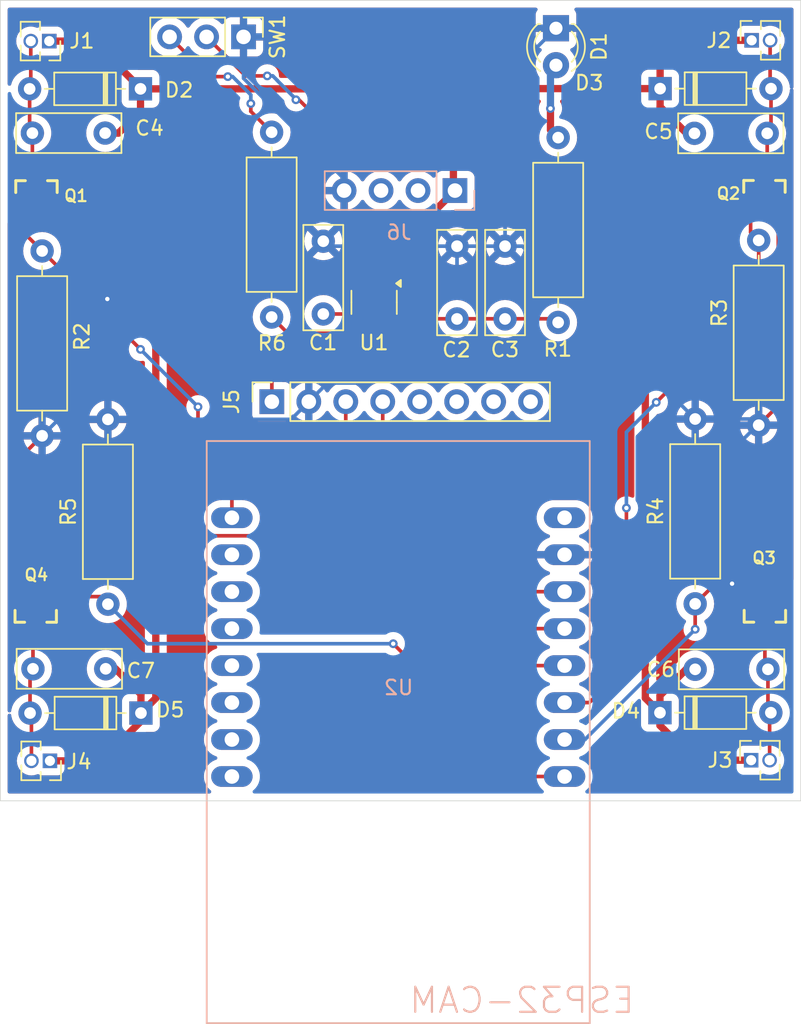
<source format=kicad_pcb>
(kicad_pcb (version 20240108) (generator "pcbnew") (generator_version "8.0")
  (layers (0 "F.Cu" signal) (31 "B.Cu" signal) (34 "B.Paste" user) (35 "F.Paste" user) (36 "B.SilkS" user "B.Silkscreen") (37 "F.SilkS" user "F.Silkscreen") (38 "B.Mask" user) (39 "F.Mask" user) (44 "Edge.Cuts" user))
  (net 0 "")
  (net 1 "GND")
  (net 2 "Net-(U1-BP)")
  (net 3 "+3.3V")
  (net 4 "Net-(D1-A)")
  (net 5 "/+OUT")
  (net 6 "LDO_EN")
  (net 10 "/MOT_3")
  (net 11 "/MOT_1")
  (net 13 "/MOT_2")
  (net 14 "/MPU_SCL")
  (net 18 "/MOT_4")
  (net 19 "/MPU_SDA")
  (net 21 "Net-(D2-A)")
  (net 22 "+BATT")
  (net 23 "Net-(D3-A)")
  (net 24 "Net-(D4-A)")
  (net 25 "Net-(D5-A)")
  (net 30 "-BATT")
  (net 31 "/LDO_H")
  (footprint "Capacitor_THT:C_Disc_D7.0mm_W2.5mm_P5.00mm" (layer "F.Cu") (at 92.39 48.83 90)
    (property "Reference" "C1" (at -1.97 -0.02 180) (layer "F.SilkS"))
    (property "Value" "470pF" (hide yes))
    (fp_line (start 6.12 -1.37) (end 6.12 1.37) (stroke (width 0.12)) (layer "F.SilkS"))
    (fp_line (start -1.12 -1.37) (end 6.12 -1.37) (stroke (width 0.12)) (layer "F.SilkS"))
    (fp_line (start -1.12 -1.37) (end -1.12 1.37) (stroke (width 0.12)) (layer "F.SilkS"))
    (fp_line (start -1.12 1.37) (end 6.12 1.37) (stroke (width 0.12)) (layer "F.SilkS"))
    (pad "1" thru_hole circle (at 0 0 90) (size 1.6 1.6) (drill 0.8) (layers "*.Cu" "*.Mask") (net 2 "Net-(U1-BP)"))
    (pad "2" thru_hole circle (at 5 0 90) (size 1.6 1.6) (drill 0.8) (layers "*.Cu" "*.Mask") (net 1 "GND"))
  )
  (footprint "Diode_THT:D_DO-35_SOD27_P7.62mm_Horizontal" (layer "F.Cu") (at 79.83 33.36 180)
    (property "Reference" "D2" (at -2.65 -0.08 360) (layer "F.SilkS"))
    (property "Value" "1N4148" (hide yes))
    (fp_line (start 6.58 0) (end 5.93 0) (stroke (width 0.12)) (layer "F.SilkS"))
    (fp_line (start 5.93 1.12) (end 5.93 -1.12) (stroke (width 0.12)) (layer "F.SilkS"))
    (fp_line (start 5.93 -1.12) (end 1.69 -1.12) (stroke (width 0.12)) (layer "F.SilkS"))
    (fp_line (start 2.53 -1.12) (end 2.53 1.12) (stroke (width 0.12)) (layer "F.SilkS"))
    (fp_line (start 2.41 -1.12) (end 2.41 1.12) (stroke (width 0.12)) (layer "F.SilkS"))
    (fp_line (start 2.29 -1.12) (end 2.29 1.12) (stroke (width 0.12)) (layer "F.SilkS"))
    (fp_line (start 1.69 1.12) (end 5.93 1.12) (stroke (width 0.12)) (layer "F.SilkS"))
    (fp_line (start 1.69 -1.12) (end 1.69 1.12) (stroke (width 0.12)) (layer "F.SilkS"))
    (fp_line (start 1.04 0) (end 1.69 0) (stroke (width 0.12)) (layer "F.SilkS"))
    (pad "1" thru_hole rect (at 0 0 180) (size 1.6 1.6) (drill 0.8) (layers "*.Cu" "*.Mask") (net 5 "/+OUT"))
    (pad "2" thru_hole oval (at 7.62 0 180) (size 1.6 1.6) (drill 0.8) (layers "*.Cu" "*.Mask") (net 21 "Net-(D2-A)"))
  )
  (footprint "Connector_PinSocket_1.27mm:PinSocket_1x02_P1.27mm_Vertical" (layer "F.Cu") (at 121.825 30.025 90)
    (property "Reference" "J2" (at -0.01 -2.25 360) (layer "F.SilkS"))
    (property "Value" "Conn_01x02_Socket" (hide yes))
    (fp_line (start 1.33 -0.76) (end 1.33 0) (stroke (width 0.12)) (layer "F.SilkS"))
    (fp_line (start 0 -0.76) (end 1.33 -0.76) (stroke (width 0.12)) (layer "F.SilkS"))
    (fp_line (start 1.33 0.635) (end 1.33 1.965) (stroke (width 0.12)) (layer "F.SilkS"))
    (fp_line (start 0.76 0.635) (end 1.33 0.635) (stroke (width 0.12)) (layer "F.SilkS"))
    (fp_line (start -1.33 0.635) (end -0.76 0.635) (stroke (width 0.12)) (layer "F.SilkS"))
    (fp_line (start -1.33 0.635) (end -1.33 1.965) (stroke (width 0.12)) (layer "F.SilkS"))
    (fp_line (start 0.30753 1.965) (end 1.33 1.965) (stroke (width 0.12)) (layer "F.SilkS"))
    (fp_line (start -1.33 1.965) (end -0.30753 1.965) (stroke (width 0.12)) (layer "F.SilkS"))
    (pad "1" thru_hole rect (at 0 0 90) (size 1 1) (drill 0.7) (layers "*.Cu" "*.Mask") (net 5 "/+OUT"))
    (pad "2" thru_hole oval (at 0 1.27 90) (size 1 1) (drill 0.7) (layers "*.Cu" "*.Mask") (net 23 "Net-(D3-A)"))
  )
  (footprint "Capacitor_THT:C_Disc_D7.0mm_W2.5mm_P5.00mm" (layer "F.Cu") (at 77.44 73.21 180)
    (property "Reference" "C7" (at -2.41 -0.13 360) (layer "F.SilkS"))
    (property "Value" "1uF" (hide yes))
    (fp_line (start 6.12 -1.37) (end 6.12 1.37) (stroke (width 0.12)) (layer "F.SilkS"))
    (fp_line (start -1.12 1.37) (end 6.12 1.37) (stroke (width 0.12)) (layer "F.SilkS"))
    (fp_line (start -1.12 -1.37) (end 6.12 -1.37) (stroke (width 0.12)) (layer "F.SilkS"))
    (fp_line (start -1.12 -1.37) (end -1.12 1.37) (stroke (width 0.12)) (layer "F.SilkS"))
    (pad "1" thru_hole circle (at 0 0 180) (size 1.6 1.6) (drill 0.8) (layers "*.Cu" "*.Mask") (net 5 "/+OUT"))
    (pad "2" thru_hole circle (at 5 0 180) (size 1.6 1.6) (drill 0.8) (layers "*.Cu" "*.Mask") (net 25 "Net-(D5-A)"))
  )
  (footprint "Capacitor_THT:C_Disc_D7.0mm_W2.5mm_P5.00mm" (layer "F.Cu") (at 77.4 36.4 180)
    (property "Reference" "C4" (at -3.05 0.34 360) (layer "F.SilkS"))
    (property "Value" "1uF")
    (fp_line (start 6.12 -1.37) (end 6.12 1.37) (stroke (width 0.12)) (layer "F.SilkS"))
    (fp_line (start -1.12 1.37) (end 6.12 1.37) (stroke (width 0.12)) (layer "F.SilkS"))
    (fp_line (start -1.12 -1.37) (end 6.12 -1.37) (stroke (width 0.12)) (layer "F.SilkS"))
    (fp_line (start -1.12 -1.37) (end -1.12 1.37) (stroke (width 0.12)) (layer "F.SilkS"))
    (pad "1" thru_hole circle (at 0 0 180) (size 1.6 1.6) (drill 0.8) (layers "*.Cu" "*.Mask") (net 5 "/+OUT"))
    (pad "2" thru_hole circle (at 5 0 180) (size 1.6 1.6) (drill 0.8) (layers "*.Cu" "*.Mask") (net 21 "Net-(D2-A)"))
  )
  (footprint "Connector_PinSocket_2.54mm:PinSocket_1x08_P2.54mm_Vertical" (layer "F.Cu") (at 88.855 54.855 90)
    (property "Reference" "J5" (at 0 -2.77 90) (layer "F.SilkS"))
    (property "Value" "Conn_01x08_Socket" (hide yes))
    (fp_line (start 1.33 -1.33) (end 1.33 0) (stroke (width 0.12)) (layer "F.SilkS"))
    (fp_line (start 0 -1.33) (end 1.33 -1.33) (stroke (width 0.12)) (layer "F.SilkS"))
    (fp_line (start 1.33 1.27) (end 1.33 19.11) (stroke (width 0.12)) (layer "F.SilkS"))
    (fp_line (start -1.33 1.27) (end 1.33 1.27) (stroke (width 0.12)) (layer "F.SilkS"))
    (fp_line (start -1.33 1.27) (end -1.33 19.11) (stroke (width 0.12)) (layer "F.SilkS"))
    (fp_line (start -1.33 19.11) (end 1.33 19.11) (stroke (width 0.12)) (layer "F.SilkS"))
    (pad "1" thru_hole rect (at 0 0 90) (size 1.7 1.7) (drill 1) (layers "*.Cu" "*.Mask") (net 3 "+3.3V"))
    (pad "2" thru_hole oval (at 0 2.54 90) (size 1.7 1.7) (drill 1) (layers "*.Cu" "*.Mask") (net 1 "GND"))
    (pad "3" thru_hole oval (at 0 5.08 90) (size 1.7 1.7) (drill 1) (layers "*.Cu" "*.Mask") (net 14 "/MPU_SCL"))
    (pad "4" thru_hole oval (at 0 7.62 90) (size 1.7 1.7) (drill 1) (layers "*.Cu" "*.Mask") (net 19 "/MPU_SDA"))
    (pad "5" thru_hole oval (at 0 10.16 90) (size 1.7 1.7) (drill 1) (layers "*.Cu" "*.Mask"))
    (pad "6" thru_hole oval (at 0 12.7 90) (size 1.7 1.7) (drill 1) (layers "*.Cu" "*.Mask"))
    (pad "7" thru_hole oval (at 0 15.24 90) (size 1.7 1.7) (drill 1) (layers "*.Cu" "*.Mask"))
    (pad "8" thru_hole oval (at 0 17.78 90) (size 1.7 1.7) (drill 1) (layers "*.Cu" "*.Mask"))
  )
  (footprint "Diode_THT:D_DO-35_SOD27_P7.62mm_Horizontal" (layer "F.Cu") (at 79.86 76.25 180)
    (property "Reference" "D5" (at -2.01 0.22 360) (layer "F.SilkS"))
    (property "Value" "1N4148" (hide yes))
    (fp_line (start 6.58 0) (end 5.93 0) (stroke (width 0.12)) (layer "F.SilkS"))
    (fp_line (start 5.93 1.12) (end 5.93 -1.12) (stroke (width 0.12)) (layer "F.SilkS"))
    (fp_line (start 5.93 -1.12) (end 1.69 -1.12) (stroke (width 0.12)) (layer "F.SilkS"))
    (fp_line (start 2.53 -1.12) (end 2.53 1.12) (stroke (width 0.12)) (layer "F.SilkS"))
    (fp_line (start 2.41 -1.12) (end 2.41 1.12) (stroke (width 0.12)) (layer "F.SilkS"))
    (fp_line (start 2.29 -1.12) (end 2.29 1.12) (stroke (width 0.12)) (layer "F.SilkS"))
    (fp_line (start 1.69 1.12) (end 5.93 1.12) (stroke (width 0.12)) (layer "F.SilkS"))
    (fp_line (start 1.69 -1.12) (end 1.69 1.12) (stroke (width 0.12)) (layer "F.SilkS"))
    (fp_line (start 1.04 0) (end 1.69 0) (stroke (width 0.12)) (layer "F.SilkS"))
    (pad "1" thru_hole rect (at 0 0 180) (size 1.6 1.6) (drill 0.8) (layers "*.Cu" "*.Mask") (net 5 "/+OUT"))
    (pad "2" thru_hole oval (at 7.62 0 180) (size 1.6 1.6) (drill 0.8) (layers "*.Cu" "*.Mask") (net 25 "Net-(D5-A)"))
  )
  (footprint "Diode_THT:D_DO-35_SOD27_P7.62mm_Horizontal" (layer "F.Cu") (at 115.535 33.345)
    (property "Reference" "D3" (at -4.87 -0.4 0) (layer "F.SilkS"))
    (property "Value" "1N4148" (hide yes))
    (fp_line (start 1.04 0) (end 1.69 0) (stroke (width 0.12)) (layer "F.SilkS"))
    (fp_line (start 1.69 -1.12) (end 1.69 1.12) (stroke (width 0.12)) (layer "F.SilkS"))
    (fp_line (start 1.69 1.12) (end 5.93 1.12) (stroke (width 0.12)) (layer "F.SilkS"))
    (fp_line (start 2.29 -1.12) (end 2.29 1.12) (stroke (width 0.12)) (layer "F.SilkS"))
    (fp_line (start 2.41 -1.12) (end 2.41 1.12) (stroke (width 0.12)) (layer "F.SilkS"))
    (fp_line (start 2.53 -1.12) (end 2.53 1.12) (stroke (width 0.12)) (layer "F.SilkS"))
    (fp_line (start 5.93 -1.12) (end 1.69 -1.12) (stroke (width 0.12)) (layer "F.SilkS"))
    (fp_line (start 5.93 1.12) (end 5.93 -1.12) (stroke (width 0.12)) (layer "F.SilkS"))
    (fp_line (start 6.58 0) (end 5.93 0) (stroke (width 0.12)) (layer "F.SilkS"))
    (pad "1" thru_hole rect (at 0 0) (size 1.6 1.6) (drill 0.8) (layers "*.Cu" "*.Mask") (net 5 "/+OUT"))
    (pad "2" thru_hole oval (at 7.62 0) (size 1.6 1.6) (drill 0.8) (layers "*.Cu" "*.Mask") (net 23 "Net-(D3-A)"))
  )
  (footprint "Package_TO_SOT_SMD:SOT-23-5" (layer "F.Cu") (at 95.8825 48.03 -90)
    (property "Reference" "U1" (at 2.77 0.0125 180) (layer "F.SilkS"))
    (property "Value" "MIC5219-3.3YM5" (hide yes))
    (fp_line (start 0 1.56) (end -0.8 1.56) (stroke (width 0.12)) (layer "F.SilkS"))
    (fp_line (start 0 1.56) (end 0.8 1.56) (stroke (width 0.12)) (layer "F.SilkS"))
    (fp_line (start 0 -1.56) (end -0.8 -1.56) (stroke (width 0.12)) (layer "F.SilkS"))
    (fp_line (start 0 -1.56) (end 0.8 -1.56) (stroke (width 0.12)) (layer "F.SilkS"))
    (fp_poly (pts (xy -1.3 -1.51) (xy -1.54 -1.84) (xy -1.06 -1.84) (xy -1.3 -1.51)) (stroke (width 0.12)) (fill solid) (layer "F.SilkS"))
    (pad "1" smd roundrect (at -1.1375 -0.95 270) (size 1.325 0.6) (layers "F.Cu" "F.Paste" "F.Mask") (net 5 "/+OUT"))
    (pad "2" smd roundrect (at -1.1375 0 270) (size 1.325 0.6) (layers "F.Cu" "F.Paste" "F.Mask") (net 1 "GND"))
    (pad "3" smd roundrect (at -1.1375 0.95 270) (size 1.325 0.6) (layers "F.Cu" "F.Paste" "F.Mask") (net 6 "LDO_EN"))
    (pad "4" smd roundrect (at 1.1375 0.95 270) (size 1.325 0.6) (layers "F.Cu" "F.Paste" "F.Mask") (net 2 "Net-(U1-BP)"))
    (pad "5" smd roundrect (at 1.1375 -0.95 270) (size 1.325 0.6) (layers "F.Cu" "F.Paste" "F.Mask") (net 3 "+3.3V"))
  )
  (footprint "Capacitor_THT:C_Disc_D7.0mm_W2.5mm_P5.00mm" (layer "F.Cu") (at 117.945 73.245)
    (property "Reference" "C6" (at -2.36 0.01 0) (layer "F.SilkS"))
    (property "Value" "1uF")
    (fp_line (start -1.12 -1.37) (end -1.12 1.37) (stroke (width 0.12)) (layer "F.SilkS"))
    (fp_line (start -1.12 -1.37) (end 6.12 -1.37) (stroke (width 0.12)) (layer "F.SilkS"))
    (fp_line (start -1.12 1.37) (end 6.12 1.37) (stroke (width 0.12)) (layer "F.SilkS"))
    (fp_line (start 6.12 -1.37) (end 6.12 1.37) (stroke (width 0.12)) (layer "F.SilkS"))
    (pad "1" thru_hole circle (at 0 0) (size 1.6 1.6) (drill 0.8) (layers "*.Cu" "*.Mask") (net 5 "/+OUT"))
    (pad "2" thru_hole circle (at 5 0) (size 1.6 1.6) (drill 0.8) (layers "*.Cu" "*.Mask") (net 24 "Net-(D4-A)"))
  )
  (footprint "Diode_THT:D_DO-35_SOD27_P7.62mm_Horizontal" (layer "F.Cu") (at 115.525 76.225)
    (property "Reference" "D4" (at -2.34 -0.12 360) (layer "F.SilkS"))
    (property "Value" "1N4148" (hide yes))
    (fp_line (start 1.04 0) (end 1.69 0) (stroke (width 0.12)) (layer "F.SilkS"))
    (fp_line (start 1.69 -1.12) (end 1.69 1.12) (stroke (width 0.12)) (layer "F.SilkS"))
    (fp_line (start 1.69 1.12) (end 5.93 1.12) (stroke (width 0.12)) (layer "F.SilkS"))
    (fp_line (start 2.29 -1.12) (end 2.29 1.12) (stroke (width 0.12)) (layer "F.SilkS"))
    (fp_line (start 2.41 -1.12) (end 2.41 1.12) (stroke (width 0.12)) (layer "F.SilkS"))
    (fp_line (start 2.53 -1.12) (end 2.53 1.12) (stroke (width 0.12)) (layer "F.SilkS"))
    (fp_line (start 5.93 -1.12) (end 1.69 -1.12) (stroke (width 0.12)) (layer "F.SilkS"))
    (fp_line (start 5.93 1.12) (end 5.93 -1.12) (stroke (width 0.12)) (layer "F.SilkS"))
    (fp_line (start 6.58 0) (end 5.93 0) (stroke (width 0.12)) (layer "F.SilkS"))
    (pad "1" thru_hole rect (at 0 0) (size 1.6 1.6) (drill 0.8) (layers "*.Cu" "*.Mask") (net 5 "/+OUT"))
    (pad "2" thru_hole oval (at 7.62 0) (size 1.6 1.6) (drill 0.8) (layers "*.Cu" "*.Mask") (net 24 "Net-(D4-A)"))
  )
  (footprint "Resistor_THT:R_Axial_DIN0309_L9.0mm_D3.2mm_P12.70mm_Horizontal" (layer "F.Cu") (at 73.07 44.5 -90)
    (property "Reference" "R2" (at 5.89 -2.74 -90) (layer "F.SilkS"))
    (property "Value" "10k")
    (fp_line (start 1.73 1.72) (end 10.97 1.72) (stroke (width 0.12)) (layer "F.SilkS"))
    (fp_line (start 10.97 1.72) (end 10.97 -1.72) (stroke (width 0.12)) (layer "F.SilkS"))
    (fp_line (start 1.04 0) (end 1.73 0) (stroke (width 0.12)) (layer "F.SilkS"))
    (fp_line (start 11.66 0) (end 10.97 0) (stroke (width 0.12)) (layer "F.SilkS"))
    (fp_line (start 1.73 -1.72) (end 1.73 1.72) (stroke (width 0.12)) (layer "F.SilkS"))
    (fp_line (start 10.97 -1.72) (end 1.73 -1.72) (stroke (width 0.12)) (layer "F.SilkS"))
    (pad "1" thru_hole circle (at 0 0 270) (size 1.6 1.6) (drill 0.8) (layers "*.Cu" "*.Mask") (net 11 "/MOT_1"))
    (pad "2" thru_hole oval (at 12.7 0 270) (size 1.6 1.6) (drill 0.8) (layers "*.Cu" "*.Mask") (net 1 "GND"))
  )
  (footprint "SI2302:SOT23" (layer "F.Cu") (at 122.735 69.345 180)
    (property "Reference" "Q3" (at 0.05 3.75 360) (layer "F.SilkS") (effects (font (size 0.800638 0.800638))))
    (property "Value" "SI2302" (hide yes))
    (fp_line (start 1.4224 -0.6604) (end 1.4224 0.1524) (stroke (width 0.2032)) (layer "F.SilkS"))
    (fp_line (start 0.7636 -0.6604) (end 1.4224 -0.6604) (stroke (width 0.2032)) (layer "F.SilkS"))
    (fp_line (start -1.4224 0.1524) (end -1.4224 -0.6604) (stroke (width 0.2032)) (layer "F.SilkS"))
    (fp_line (start -1.4224 -0.6604) (end -0.7636 -0.6604) (stroke (width 0.2032)) (layer "F.SilkS"))
    (pad "1" smd rect (at -0.95 1.1 180) (size 1 1.4) (layers "F.Cu" "F.Paste" "F.Mask") (net 10 "/MOT_3"))
    (pad "2" smd rect (at 0.95 1.1 180) (size 1 1.4) (layers "F.Cu" "F.Paste" "F.Mask") (net 1 "GND"))
    (pad "3" smd rect (at 0 -1.1 180) (size 1 1.4) (layers "F.Cu" "F.Paste" "F.Mask") (net 24 "Net-(D4-A)"))
  )
  (footprint "Resistor_THT:R_Axial_DIN0309_L9.0mm_D3.2mm_P12.70mm_Horizontal" (layer "F.Cu") (at 77.59 68.77 90)
    (property "Reference" "R5" (at 6.35 -2.72 90) (layer "F.SilkS"))
    (property "Value" "10k")
    (fp_line (start 10.97 -1.72) (end 1.73 -1.72) (stroke (width 0.12)) (layer "F.SilkS"))
    (fp_line (start 1.73 -1.72) (end 1.73 1.72) (stroke (width 0.12)) (layer "F.SilkS"))
    (fp_line (start 11.66 0) (end 10.97 0) (stroke (width 0.12)) (layer "F.SilkS"))
    (fp_line (start 1.04 0) (end 1.73 0) (stroke (width 0.12)) (layer "F.SilkS"))
    (fp_line (start 10.97 1.72) (end 10.97 -1.72) (stroke (width 0.12)) (layer "F.SilkS"))
    (fp_line (start 1.73 1.72) (end 10.97 1.72) (stroke (width 0.12)) (layer "F.SilkS"))
    (pad "1" thru_hole circle (at 0 0 90) (size 1.6 1.6) (drill 0.8) (layers "*.Cu" "*.Mask") (net 18 "/MOT_4"))
    (pad "2" thru_hole oval (at 12.7 0 90) (size 1.6 1.6) (drill 0.8) (layers "*.Cu" "*.Mask") (net 1 "GND"))
  )
  (footprint "Resistor_THT:R_Axial_DIN0309_L9.0mm_D3.2mm_P12.70mm_Horizontal" (layer "F.Cu") (at 88.84 49.04 90)
    (property "Reference" "R6" (at -1.79 0.02 180) (layer "F.SilkS"))
    (property "Value" "100K" (hide yes))
    (fp_line (start 10.97 -1.72) (end 1.73 -1.72) (stroke (width 0.12)) (layer "F.SilkS"))
    (fp_line (start 1.73 -1.72) (end 1.73 1.72) (stroke (width 0.12)) (layer "F.SilkS"))
    (fp_line (start 11.66 0) (end 10.97 0) (stroke (width 0.12)) (layer "F.SilkS"))
    (fp_line (start 1.04 0) (end 1.73 0) (stroke (width 0.12)) (layer "F.SilkS"))
    (fp_line (start 10.97 1.72) (end 10.97 -1.72) (stroke (width 0.12)) (layer "F.SilkS"))
    (fp_line (start 1.73 1.72) (end 10.97 1.72) (stroke (width 0.12)) (layer "F.SilkS"))
    (pad "1" thru_hole circle (at 0 0 90) (size 1.6 1.6) (drill 0.8) (layers "*.Cu" "*.Mask") (net 3 "+3.3V"))
    (pad "2" thru_hole oval (at 12.7 0 90) (size 1.6 1.6) (drill 0.8) (layers "*.Cu" "*.Mask") (net 31 "/LDO_H"))
  )
  (footprint "Connector_PinHeader_2.54mm:PinHeader_1x03_P2.54mm_Vertical" (layer "F.Cu") (at 86.91 29.79 -90)
    (property "Reference" "SW1" (at 0 -2.33 90) (layer "F.SilkS"))
    (property "Value" "K3-1280S-F1" (hide yes))
    (fp_line (start -1.33 6.41) (end 1.33 6.41) (stroke (width 0.12)) (layer "F.SilkS"))
    (fp_line (start -1.33 1.27) (end -1.33 6.41) (stroke (width 0.12)) (layer "F.SilkS"))
    (fp_line (start -1.33 1.27) (end 1.33 1.27) (stroke (width 0.12)) (layer "F.SilkS"))
    (fp_line (start 1.33 1.27) (end 1.33 6.41) (stroke (width 0.12)) (layer "F.SilkS"))
    (fp_line (start -1.33 0) (end -1.33 -1.33) (stroke (width 0.12)) (layer "F.SilkS"))
    (fp_line (start -1.33 -1.33) (end 0 -1.33) (stroke (width 0.12)) (layer "F.SilkS"))
    (pad "1" thru_hole rect (at 0 0 270) (size 1.7 1.7) (drill 1) (layers "*.Cu" "*.Mask") (net 1 "GND"))
    (pad "2" thru_hole oval (at 0 2.54 270) (size 1.7 1.7) (drill 1) (layers "*.Cu" "*.Mask") (net 6 "LDO_EN"))
    (pad "3" thru_hole oval (at 0 5.08 270) (size 1.7 1.7) (drill 1) (layers "*.Cu" "*.Mask") (net 31 "/LDO_H"))
  )
  (footprint "Resistor_THT:R_Axial_DIN0309_L9.0mm_D3.2mm_P12.70mm_Horizontal" (layer "F.Cu") (at 117.945 68.745 90)
    (property "Reference" "R4" (at 6.35 -2.72 90) (layer "F.SilkS"))
    (property "Value" "10k")
    (fp_line (start 10.97 -1.72) (end 1.73 -1.72) (stroke (width 0.12)) (layer "F.SilkS"))
    (fp_line (start 1.73 -1.72) (end 1.73 1.72) (stroke (width 0.12)) (layer "F.SilkS"))
    (fp_line (start 11.66 0) (end 10.97 0) (stroke (width 0.12)) (layer "F.SilkS"))
    (fp_line (start 1.04 0) (end 1.73 0) (stroke (width 0.12)) (layer "F.SilkS"))
    (fp_line (start 10.97 1.72) (end 10.97 -1.72) (stroke (width 0.12)) (layer "F.SilkS"))
    (fp_line (start 1.73 1.72) (end 10.97 1.72) (stroke (width 0.12)) (layer "F.SilkS"))
    (pad "1" thru_hole circle (at 0 0 90) (size 1.6 1.6) (drill 0.8) (layers "*.Cu" "*.Mask") (net 10 "/MOT_3"))
    (pad "2" thru_hole oval (at 12.7 0 90) (size 1.6 1.6) (drill 0.8) (layers "*.Cu" "*.Mask") (net 1 "GND"))
  )
  (footprint "SI2302:SOT23" (layer "F.Cu") (at 72.68 40.33)
    (property "Reference" "Q1" (at 2.72 0.38 360) (layer "F.SilkS") (effects (font (size 0.800638 0.800638))))
    (property "Value" "SI2302" (hide yes))
    (fp_line (start -1.4224 -0.6604) (end -0.7636 -0.6604) (stroke (width 0.2032)) (layer "F.SilkS"))
    (fp_line (start -1.4224 0.1524) (end -1.4224 -0.6604) (stroke (width 0.2032)) (layer "F.SilkS"))
    (fp_line (start 0.7636 -0.6604) (end 1.4224 -0.6604) (stroke (width 0.2032)) (layer "F.SilkS"))
    (fp_line (start 1.4224 -0.6604) (end 1.4224 0.1524) (stroke (width 0.2032)) (layer "F.SilkS"))
    (pad "1" smd rect (at -0.95 1.1) (size 1 1.4) (layers "F.Cu" "F.Paste" "F.Mask") (net 11 "/MOT_1"))
    (pad "2" smd rect (at 0.95 1.1) (size 1 1.4) (layers "F.Cu" "F.Paste" "F.Mask") (net 1 "GND"))
    (pad "3" smd rect (at 0 -1.1) (size 1 1.4) (layers "F.Cu" "F.Paste" "F.Mask") (net 21 "Net-(D2-A)"))
  )
  (footprint "Resistor_THT:R_Axial_DIN0309_L9.0mm_D3.2mm_P12.70mm_Horizontal" (layer "F.Cu") (at 108.53 49.41 90)
    (property "Reference" "R1" (at -1.83 -0.03 180) (layer "F.SilkS"))
    (property "Value" "470R" (hide yes))
    (fp_line (start 10.97 -1.72) (end 1.73 -1.72) (stroke (width 0.12)) (layer "F.SilkS"))
    (fp_line (start 1.73 -1.72) (end 1.73 1.72) (stroke (width 0.12)) (layer "F.SilkS"))
    (fp_line (start 11.66 0) (end 10.97 0) (stroke (width 0.12)) (layer "F.SilkS"))
    (fp_line (start 1.04 0) (end 1.73 0) (stroke (width 0.12)) (layer "F.SilkS"))
    (fp_line (start 10.97 1.72) (end 10.97 -1.72) (stroke (width 0.12)) (layer "F.SilkS"))
    (fp_line (start 1.73 1.72) (end 10.97 1.72) (stroke (width 0.12)) (layer "F.SilkS"))
    (pad "1" thru_hole circle (at 0 0 90) (size 1.6 1.6) (drill 0.8) (layers "*.Cu" "*.Mask") (net 3 "+3.3V"))
    (pad "2" thru_hole oval (at 12.7 0 90) (size 1.6 1.6) (drill 0.8) (layers "*.Cu" "*.Mask") (net 4 "Net-(D1-A)"))
  )
  (footprint "Connector_PinSocket_1.27mm:PinSocket_1x02_P1.27mm_Vertical" (layer "F.Cu") (at 121.79 79.49 90)
    (property "Reference" "J3" (at 0 -2.135 180) (layer "F.SilkS"))
    (property "Value" "Conn_01x02_Socket" (hide yes))
    (fp_line (start 1.33 -0.76) (end 1.33 0) (stroke (width 0.12)) (layer "F.SilkS"))
    (fp_line (start 0 -0.76) (end 1.33 -0.76) (stroke (width 0.12)) (layer "F.SilkS"))
    (fp_line (start 1.33 0.635) (end 1.33 1.965) (stroke (width 0.12)) (layer "F.SilkS"))
    (fp_line (start 0.76 0.635) (end 1.33 0.635) (stroke (width 0.12)) (layer "F.SilkS"))
    (fp_line (start -1.33 0.635) (end -0.76 0.635) (stroke (width 0.12)) (layer "F.SilkS"))
    (fp_line (start -1.33 0.635) (end -1.33 1.965) (stroke (width 0.12)) (layer "F.SilkS"))
    (fp_line (start 0.30753 1.965) (end 1.33 1.965) (stroke (width 0.12)) (layer "F.SilkS"))
    (fp_line (start -1.33 1.965) (end -0.30753 1.965) (stroke (width 0.12)) (layer "F.SilkS"))
    (pad "1" thru_hole rect (at 0 0 90) (size 1 1) (drill 0.7) (layers "*.Cu" "*.Mask") (net 5 "/+OUT"))
    (pad "2" thru_hole oval (at 0 1.27 90) (size 1 1) (drill 0.7) (layers "*.Cu" "*.Mask") (net 24 "Net-(D4-A)"))
  )
  (footprint "Capacitor_THT:C_Disc_D7.0mm_W2.5mm_P5.00mm" (layer "F.Cu") (at 117.895 36.415)
    (property "Reference" "C5" (at -2.47 -0.12 0) (layer "F.SilkS"))
    (property "Value" "1uF")
    (fp_line (start -1.12 -1.37) (end -1.12 1.37) (stroke (width 0.12)) (layer "F.SilkS"))
    (fp_line (start -1.12 -1.37) (end 6.12 -1.37) (stroke (width 0.12)) (layer "F.SilkS"))
    (fp_line (start -1.12 1.37) (end 6.12 1.37) (stroke (width 0.12)) (layer "F.SilkS"))
    (fp_line (start 6.12 -1.37) (end 6.12 1.37) (stroke (width 0.12)) (layer "F.SilkS"))
    (pad "1" thru_hole circle (at 0 0) (size 1.6 1.6) (drill 0.8) (layers "*.Cu" "*.Mask") (net 5 "/+OUT"))
    (pad "2" thru_hole circle (at 5 0) (size 1.6 1.6) (drill 0.8) (layers "*.Cu" "*.Mask") (net 23 "Net-(D3-A)"))
  )
  (footprint "Resistor_THT:R_Axial_DIN0309_L9.0mm_D3.2mm_P12.70mm_Horizontal" (layer "F.Cu") (at 122.31 43.77 -90)
    (property "Reference" "R3" (at 4.99 2.71 90) (layer "F.SilkS"))
    (property "Value" "10k")
    (fp_line (start 1.73 1.72) (end 10.97 1.72) (stroke (width 0.12)) (layer "F.SilkS"))
    (fp_line (start 10.97 1.72) (end 10.97 -1.72) (stroke (width 0.12)) (layer "F.SilkS"))
    (fp_line (start 1.04 0) (end 1.73 0) (stroke (width 0.12)) (layer "F.SilkS"))
    (fp_line (start 11.66 0) (end 10.97 0) (stroke (width 0.12)) (layer "F.SilkS"))
    (fp_line (start 1.73 -1.72) (end 1.73 1.72) (stroke (width 0.12)) (layer "F.SilkS"))
    (fp_line (start 10.97 -1.72) (end 1.73 -1.72) (stroke (width 0.12)) (layer "F.SilkS"))
    (pad "1" thru_hole circle (at 0 0 270) (size 1.6 1.6) (drill 0.8) (layers "*.Cu" "*.Mask") (net 13 "/MOT_2"))
    (pad "2" thru_hole oval (at 12.7 0 270) (size 1.6 1.6) (drill 0.8) (layers "*.Cu" "*.Mask") (net 1 "GND"))
  )
  (footprint "Capacitor_THT:C_Disc_D7.0mm_W2.5mm_P5.00mm" (layer "F.Cu") (at 104.88 49.17 90)
    (property "Reference" "C3" (at -2.11 -0.01 360) (layer "F.SilkS"))
    (property "Value" "10uF" (hide yes))
    (fp_line (start 6.12 -1.37) (end 6.12 1.37) (stroke (width 0.12)) (layer "F.SilkS"))
    (fp_line (start -1.12 -1.37) (end 6.12 -1.37) (stroke (width 0.12)) (layer "F.SilkS"))
    (fp_line (start -1.12 -1.37) (end -1.12 1.37) (stroke (width 0.12)) (layer "F.SilkS"))
    (fp_line (start -1.12 1.37) (end 6.12 1.37) (stroke (width 0.12)) (layer "F.SilkS"))
    (pad "1" thru_hole circle (at 0 0 90) (size 1.6 1.6) (drill 0.8) (layers "*.Cu" "*.Mask") (net 3 "+3.3V"))
    (pad "2" thru_hole circle (at 5 0 90) (size 1.6 1.6) (drill 0.8) (layers "*.Cu" "*.Mask") (net 1 "GND"))
  )
  (footprint "Connector_PinSocket_1.27mm:PinSocket_1x02_P1.27mm_Vertical" (layer "F.Cu") (at 73.56 30.08 -90)
    (property "Reference" "J1" (at -0.01 -2.24 360) (layer "F.SilkS"))
    (property "Value" "Conn_01x02_Socket" (hide yes))
    (fp_line (start -1.33 1.965) (end -0.30753 1.965) (stroke (width 0.12)) (layer "F.SilkS"))
    (fp_line (start 0.30753 1.965) (end 1.33 1.965) (stroke (width 0.12)) (layer "F.SilkS"))
    (fp_line (start -1.33 0.635) (end -1.33 1.965) (stroke (width 0.12)) (layer "F.SilkS"))
    (fp_line (start -1.33 0.635) (end -0.76 0.635) (stroke (width 0.12)) (layer "F.SilkS"))
    (fp_line (start 0.76 0.635) (end 1.33 0.635) (stroke (width 0.12)) (layer "F.SilkS"))
    (fp_line (start 1.33 0.635) (end 1.33 1.965) (stroke (width 0.12)) (layer "F.SilkS"))
    (fp_line (start 0 -0.76) (end 1.33 -0.76) (stroke (width 0.12)) (layer "F.SilkS"))
    (fp_line (start 1.33 -0.76) (end 1.33 0) (stroke (width 0.12)) (layer "F.SilkS"))
    (pad "1" thru_hole rect (at 0 0 270) (size 1 1) (drill 0.7) (layers "*.Cu" "*.Mask") (net 5 "/+OUT"))
    (pad "2" thru_hole oval (at 0 1.27 270) (size 1 1) (drill 0.7) (layers "*.Cu" "*.Mask") (net 21 "Net-(D2-A)"))
  )
  (footprint "SI2302:SOT23" (layer "F.Cu") (at 122.705 40.315)
    (property "Reference" "Q2" (at -2.47 0.24 0) (layer "F.SilkS") (effects (font (size 0.800638 0.800638))))
    (property "Value" "SI2302" (hide yes))
    (fp_line (start -1.4224 -0.6604) (end -0.7636 -0.6604) (stroke (width 0.2032)) (layer "F.SilkS"))
    (fp_line (start -1.4224 0.1524) (end -1.4224 -0.6604) (stroke (width 0.2032)) (layer "F.SilkS"))
    (fp_line (start 0.7636 -0.6604) (end 1.4224 -0.6604) (stroke (width 0.2032)) (layer "F.SilkS"))
    (fp_line (start 1.4224 -0.6604) (end 1.4224 0.1524) (stroke (width 0.2032)) (layer "F.SilkS"))
    (pad "1" smd rect (at -0.95 1.1) (size 1 1.4) (layers "F.Cu" "F.Paste" "F.Mask") (net 13 "/MOT_2"))
    (pad "2" smd rect (at 0.95 1.1) (size 1 1.4) (layers "F.Cu" "F.Paste" "F.Mask") (net 1 "GND"))
    (pad "3" smd rect (at 0 -1.1) (size 1 1.4) (layers "F.Cu" "F.Paste" "F.Mask") (net 23 "Net-(D3-A)"))
  )
  (footprint "LED_THT:LED_D3.0mm" (layer "F.Cu") (at 108.38 29.195 -90)
    (property "Reference" "D1" (at 1.27 -2.96 90) (layer "F.SilkS"))
    (property "Value" "LED")
    (fp_line (start -0.29 1.08) (end -0.29 1.236) (stroke (width 0.12)) (layer "F.SilkS"))
    (fp_line (start -0.29 -1.236) (end -0.29 -1.08) (stroke (width 0.12)) (layer "F.SilkS"))
    (fp_arc (start 2.31113 1.079837) (mid 1.270117 1.5) (end 0.229039 1.08) (stroke (width 0.12)) (layer "F.SilkS"))
    (fp_arc (start 2.942335 1.078608) (mid 1.366487 1.987659) (end -0.29 1.235516) (stroke (width 0.12)) (layer "F.SilkS"))
    (fp_arc (start 0.229039 -1.08) (mid 1.270117 -1.5) (end 2.31113 -1.079837) (stroke (width 0.12)) (layer "F.SilkS"))
    (fp_arc (start -0.29 -1.235516) (mid 1.366487 -1.987659) (end 2.942335 -1.078608) (stroke (width 0.12)) (layer "F.SilkS"))
    (pad "1" thru_hole rect (at 0 0 270) (size 1.8 1.8) (drill 0.9) (layers "*.Cu" "*.Mask") (net 1 "GND"))
    (pad "2" thru_hole circle (at 2.54 0 270) (size 1.8 1.8) (drill 0.9) (layers "*.Cu" "*.Mask") (net 4 "Net-(D1-A)"))
  )
  (footprint "Connector_PinSocket_1.27mm:PinSocket_1x02_P1.27mm_Vertical" (layer "F.Cu") (at 73.605 79.535 -90)
    (property "Reference" "J4" (at 0.055 -1.995 180) (layer "F.SilkS"))
    (property "Value" "Conn_01x02_Socket" (hide yes))
    (fp_line (start -1.33 1.965) (end -0.30753 1.965) (stroke (width 0.12)) (layer "F.SilkS"))
    (fp_line (start 0.30753 1.965) (end 1.33 1.965) (stroke (width 0.12)) (layer "F.SilkS"))
    (fp_line (start -1.33 0.635) (end -1.33 1.965) (stroke (width 0.12)) (layer "F.SilkS"))
    (fp_line (start -1.33 0.635) (end -0.76 0.635) (stroke (width 0.12)) (layer "F.SilkS"))
    (fp_line (start 0.76 0.635) (end 1.33 0.635) (stroke (width 0.12)) (layer "F.SilkS"))
    (fp_line (start 1.33 0.635) (end 1.33 1.965) (stroke (width 0.12)) (layer "F.SilkS"))
    (fp_line (start 0 -0.76) (end 1.33 -0.76) (stroke (width 0.12)) (layer "F.SilkS"))
    (fp_line (start 1.33 -0.76) (end 1.33 0) (stroke (width 0.12)) (layer "F.SilkS"))
    (pad "1" thru_hole rect (at 0 0 270) (size 1 1) (drill 0.7) (layers "*.Cu" "*.Mask") (net 5 "/+OUT"))
    (pad "2" thru_hole oval (at 0 1.27 270) (size 1 1) (drill 0.7) (layers "*.Cu" "*.Mask") (net 25 "Net-(D5-A)"))
  )
  (footprint "Capacitor_THT:C_Disc_D7.0mm_W2.5mm_P5.00mm" (layer "F.Cu") (at 101.58 49.17 90)
    (property "Reference" "C2" (at -2.12 -0.04 360) (layer "F.SilkS"))
    (property "Value" "2.2uF" (hide yes))
    (fp_line (start 6.12 -1.37) (end 6.12 1.37) (stroke (width 0.12)) (layer "F.SilkS"))
    (fp_line (start -1.12 -1.37) (end 6.12 -1.37) (stroke (width 0.12)) (layer "F.SilkS"))
    (fp_line (start -1.12 -1.37) (end -1.12 1.37) (stroke (width 0.12)) (layer "F.SilkS"))
    (fp_line (start -1.12 1.37) (end 6.12 1.37) (stroke (width 0.12)) (layer "F.SilkS"))
    (pad "1" thru_hole circle (at 0 0 90) (size 1.6 1.6) (drill 0.8) (layers "*.Cu" "*.Mask") (net 3 "+3.3V"))
    (pad "2" thru_hole circle (at 5 0 90) (size 1.6 1.6) (drill 0.8) (layers "*.Cu" "*.Mask") (net 1 "GND"))
  )
  (footprint "SI2302:SOT23" (layer "F.Cu") (at 72.63 69.35 180)
    (property "Reference" "Q4" (at -0.04 2.59 360) (layer "F.SilkS") (effects (font (size 0.800638 0.800638))))
    (property "Value" "SI2302" (hide yes))
    (fp_line (start 1.4224 -0.6604) (end 1.4224 0.1524) (stroke (width 0.2032)) (layer "F.SilkS"))
    (fp_line (start 0.7636 -0.6604) (end 1.4224 -0.6604) (stroke (width 0.2032)) (layer "F.SilkS"))
    (fp_line (start -1.4224 0.1524) (end -1.4224 -0.6604) (stroke (width 0.2032)) (layer "F.SilkS"))
    (fp_line (start -1.4224 -0.6604) (end -0.7636 -0.6604) (stroke (width 0.2032)) (layer "F.SilkS"))
    (pad "1" smd rect (at -0.95 1.1 180) (size 1 1.4) (layers "F.Cu" "F.Paste" "F.Mask") (net 18 "/MOT_4"))
    (pad "2" smd rect (at 0.95 1.1 180) (size 1 1.4) (layers "F.Cu" "F.Paste" "F.Mask") (net 1 "GND"))
    (pad "3" smd rect (at 0 -1.1 180) (size 1 1.4) (layers "F.Cu" "F.Paste" "F.Mask") (net 25 "Net-(D5-A)"))
  )
  (footprint "ESP32-CAM:ESP32-CAM" (layer "B.Cu") (at 97.54 72.99 180)
    (property "Reference" "U2" (at -0.03 -1.51 360) (layer "B.SilkS") (effects (justify mirror)))
    (property "Value" "ESP32-CAM")
    (fp_line (start 13.16 15.43) (end -13.16 15.43) (stroke (width 0.127)) (layer "B.SilkS"))
    (fp_line (start 13.16 -24.57) (end 13.16 15.43) (stroke (width 0.127)) (layer "B.SilkS"))
    (fp_line (start -13.16 15.43) (end -13.16 -24.57) (stroke (width 0.127)) (layer "B.SilkS"))
    (fp_line (start -13.16 -24.57) (end 13.16 -24.57) (stroke (width 0.127)) (layer "B.SilkS"))
    (fp_text user "ESP32-CAM" (at -8.5 -23 360) (layer "B.SilkS") (effects (font (size 1.72 1.72)) (justify mirror)))
    (pad "P$1" thru_hole oval (at -11.43 10.16 180) (size 2.8448 1.4224) (drill 1) (layers "*.Cu" "*.Mask"))
    (pad "P$2" thru_hole oval (at -11.43 7.62 180) (size 2.8448 1.4224) (drill 1) (layers "*.Cu" "*.Mask") (net 1 "GND"))
    (pad "P$3" thru_hole oval (at -11.43 5.08 180) (size 2.8448 1.4224) (drill 1) (layers "*.Cu" "*.Mask") (net 19 "/MPU_SDA"))
    (pad "P$4" thru_hole oval (at -11.43 2.54 180) (size 2.8448 1.4224) (drill 1) (layers "*.Cu" "*.Mask") (net 14 "/MPU_SCL"))
    (pad "P$5" thru_hole oval (at -11.43 0 180) (size 2.8448 1.4224) (drill 1) (layers "*.Cu" "*.Mask") (net 11 "/MOT_1"))
    (pad "P$6" thru_hole oval (at -11.43 -2.54 180) (size 2.8448 1.4224) (drill 1) (layers "*.Cu" "*.Mask") (net 13 "/MOT_2"))
    (pad "P$7" thru_hole oval (at -11.43 -5.08 180) (size 2.8448 1.4224) (drill 1) (layers "*.Cu" "*.Mask") (net 10 "/MOT_3"))
    (pad "P$8" thru_hole oval (at -11.43 -7.62 180) (size 2.8448 1.4224) (drill 1) (layers "*.Cu" "*.Mask") (net 18 "/MOT_4"))
    (pad "P$9" thru_hole oval (at 11.43 -7.62 180) (size 2.8448 1.4224) (drill 1) (layers "*.Cu" "*.Mask"))
    (pad "P$10" thru_hole oval (at 11.43 -5.08 180) (size 2.8448 1.4224) (drill 1) (layers "*.Cu" "*.Mask"))
    (pad "P$11" thru_hole oval (at 11.43 -2.54 180) (size 2.8448 1.4224) (drill 1) (layers "*.Cu" "*.Mask"))
    (pad "P$12" thru_hole oval (at 11.43 0 180) (size 2.8448 1.4224) (drill 1) (layers "*.Cu" "*.Mask"))
    (pad "P$13" thru_hole oval (at 11.43 2.54 180) (size 2.8448 1.4224) (drill 1) (layers "*.Cu" "*.Mask"))
    (pad "P$14" thru_hole oval (at 11.43 5.08 180) (size 2.8448 1.4224) (drill 1) (layers "*.Cu" "*.Mask"))
    (pad "P$15" thru_hole oval (at 11.43 7.62 180) (size 2.8448 1.4224) (drill 1) (layers "*.Cu" "*.Mask"))
    (pad "P$16" thru_hole oval (at 11.43 10.16 180) (size 2.8448 1.4224) (drill 1) (layers "*.Cu" "*.Mask") (net 3 "+3.3V"))
  )
  (footprint "Connector_PinHeader_2.54mm:PinHeader_1x04_P2.54mm_Vertical" (layer "B.Cu") (at 101.44 40.35 90)
    (property "Reference" "J6" (at -2.87 -3.85 180) (layer "B.SilkS") (effects (justify mirror)))
    (property "Value" "Conn_01x04_Pin" (hide yes))
    (fp_line (start 1.33 -8.95) (end -1.33 -8.95) (stroke (width 0.12)) (layer "B.SilkS"))
    (fp_line (start 1.33 -8.95) (end 1.33 -1.27) (stroke (width 0.12)) (layer "B.SilkS"))
    (fp_line (start -1.33 -8.95) (end -1.33 -1.27) (stroke (width 0.12)) (layer "B.SilkS"))
    (fp_line (start 1.33 -1.27) (end -1.33 -1.27) (stroke (width 0.12)) (layer "B.SilkS"))
    (fp_line (start 0 1.33) (end -1.33 1.33) (stroke (width 0.12)) (layer "B.SilkS"))
    (fp_line (start -1.33 1.33) (end -1.33 0) (stroke (width 0.12)) (layer "B.SilkS"))
    (pad "1" thru_hole rect (at 0 0 90) (size 1.7 1.7) (drill 1) (layers "*.Cu" "*.Mask") (net 5 "/+OUT"))
    (pad "2" thru_hole oval (at 0 -2.54 90) (size 1.7 1.7) (drill 1) (layers "*.Cu" "*.Mask") (net 22 "+BATT"))
    (pad "3" thru_hole oval (at 0 -5.08 90) (size 1.7 1.7) (drill 1) (layers "*.Cu" "*.Mask") (net 30 "-BATT"))
    (pad "4" thru_hole oval (at 0 -7.62 90) (size 1.7 1.7) (drill 1) (layers "*.Cu" "*.Mask") (net 1 "GND"))
  )
  (gr_rect (start 70.2 27.28) (end 125.2 82.28) (stroke (width 0.05)) (fill none) (layer "Edge.Cuts"))
  (segment (start 93.83 41.77) (end 95.8825 43.8225) (width 0.5) (layer "F.Cu") (net 1))
  (segment (start 73.63 41.43) (end 77.55 45.35) (width 0.25) (layer "F.Cu") (net 1))
  (segment (start 121.785 68.245) (end 121.365 68.245) (width 0.25) (layer "F.Cu") (net 1))
  (segment (start 95.8825 43.8225) (end 95.8825 46.8925) (width 0.5) (layer "F.Cu") (net 1))
  (segment (start 121.365 68.245) (end 120.48 67.36) (width 0.25) (layer "F.Cu") (net 1))
  (segment (start 123.655 55.125) (end 122.31 56.47) (width 0.25) (layer "F.Cu") (net 1))
  (segment (start 93.83 40.36) (end 93.83 41.77) (width 0.5) (layer "F.Cu") (net 1))
  (segment (start 71.68 58.59) (end 73.07 57.2) (width 0.25) (layer "F.Cu") (net 1))
  (segment (start 87.095 30) (end 87.095 30.125) (width 0.25) (layer "F.Cu") (net 1))
  (segment (start 77.55 45.35) (end 77.55 47.8) (width 0.25) (layer "F.Cu") (net 1))
  (segment (start 93.82 40.35) (end 93.83 40.36) (width 0.5) (layer "F.Cu") (net 1))
  (segment (start 71.68 68.25) (end 71.68 58.59) (width 0.25) (layer "F.Cu") (net 1))
  (segment (start 123.655 41.415) (end 123.655 55.125) (width 0.25) (layer "F.Cu") (net 1))
  (via (at 77.55 47.8) (size 0.6) (drill 0.3) (layers "F.Cu" "B.Cu") (net 1))
  (via (at 120.48 67.36) (size 0.6) (drill 0.3) (layers "F.Cu" "B.Cu") (net 1))
  (segment (start 92.73 44.17) (end 92.39 43.83) (width 0.25) (layer "B.Cu") (net 1))
  (segment (start 121.885 56.045) (end 122.31 56.47) (width 0.25) (layer "B.Cu") (net 1))
  (segment (start 104.88 44.17) (end 106.07 44.17) (width 0.25) (layer "B.Cu") (net 1))
  (segment (start 91.395 54.855) (end 92.68 53.57) (width 0.25) (layer "B.Cu") (net 1))
  (segment (start 91.395 54.855) (end 90.18 56.07) (width 0.25) (layer "B.Cu") (net 1))
  (segment (start 117.945 56.045) (end 121.885 56.045) (width 0.25) (layer "B.Cu") (net 1))
  (segment (start 77.59 47.84) (end 77.59 56.07) (width 0.25) (layer "B.Cu") (net 1))
  (segment (start 106.07 44.17) (end 117.945 56.045) (width 0.25) (layer "B.Cu") (net 1))
  (segment (start 92.68 53.57) (end 95.12 53.57) (width 0.25) (layer "B.Cu") (net 1))
  (segment (start 122.22 56.47) (end 122.31 56.47) (width 0.25) (layer "B.Cu") (net 1))
  (segment (start 118.49 65.37) (end 120.48 67.36) (width 0.25) (layer "B.Cu") (net 1))
  (segment (start 104.88 44.17) (end 101.58 44.17) (width 0.25) (layer "B.Cu") (net 1))
  (segment (start 101.58 44.17) (end 92.73 44.17) (width 0.25) (layer "B.Cu") (net 1))
  (segment (start 120.48 67.36) (end 120.48 58.21) (width 0.25) (layer "B.Cu") (net 1))
  (segment (start 108.38 29.195) (end 104.88 32.695) (width 0.25) (layer "B.Cu") (net 1))
  (segment (start 74.2 56.07) (end 73.07 57.2) (width 0.25) (layer "B.Cu") (net 1))
  (segment (start 77.55 47.8) (end 77.59 47.84) (width 0.25) (layer "B.Cu") (net 1))
  (segment (start 120.48 58.21) (end 122.22 56.47) (width 0.25) (layer "B.Cu") (net 1))
  (segment (start 95.12 53.57) (end 101.58 47.11) (width 0.25) (layer "B.Cu") (net 1))
  (segment (start 101.58 47.11) (end 101.58 44.17) (width 0.25) (layer "B.Cu") (net 1))
  (segment (start 86.91 32.633604) (end 93.82 39.543604) (width 0.25) (layer "B.Cu") (net 1))
  (segment (start 77.59 56.07) (end 74.2 56.07) (width 0.25) (layer "B.Cu") (net 1))
  (segment (start 93.82 39.543604) (end 93.82 40.35) (width 0.25) (layer "B.Cu") (net 1))
  (segment (start 108.97 65.37) (end 118.49 65.37) (width 0.25) (layer "B.Cu") (net 1))
  (segment (start 104.88 32.695) (end 104.88 44.17) (width 0.25) (layer "B.Cu") (net 1))
  (segment (start 90.18 56.07) (end 77.59 56.07) (width 0.25) (layer "B.Cu") (net 1))
  (segment (start 86.91 29.79) (end 86.91 32.633604) (width 0.25) (layer "B.Cu") (net 1))
  (segment (start 94.9325 49.1675) (end 94.595 48.83) (width 0.25) (layer "F.Cu") (net 2))
  (segment (start 94.595 48.83) (end 92.39 48.83) (width 0.25) (layer "F.Cu") (net 2))
  (segment (start 99.3525 49.1675) (end 99.36 49.16) (width 0.25) (layer "F.Cu") (net 3))
  (segment (start 89.955 50.155) (end 88.84 49.04) (width 0.25) (layer "F.Cu") (net 3))
  (segment (start 90.71 50.155) (end 89.955 50.155) (width 0.25) (layer "F.Cu") (net 3))
  (segment (start 108.28 49.16) (end 108.53 49.41) (width 0.25) (layer "F.Cu") (net 3))
  (segment (start 88.855 52.77) (end 91.47 50.155) (width 0.25) (layer "F.Cu") (net 3))
  (segment (start 96.8325 49.1675) (end 95.845 50.155) (width 0.25) (layer "F.Cu") (net 3))
  (segment (start 86.11 54.755) (end 90.71 50.155) (width 0.25) (layer "F.Cu") (net 3))
  (segment (start 96.8325 49.1675) (end 99.3525 49.1675) (width 0.25) (layer "F.Cu") (net 3))
  (segment (start 95.845 50.155) (end 91.47 50.155) (width 0.25) (layer "F.Cu") (net 3))
  (segment (start 88.855 54.855) (end 88.855 52.77) (width 0.25) (layer "F.Cu") (net 3))
  (segment (start 99.36 49.16) (end 108.28 49.16) (width 0.25) (layer "F.Cu") (net 3))
  (segment (start 91.47 50.155) (end 90.71 50.155) (width 0.25) (layer "F.Cu") (net 3))
  (segment (start 86.11 62.83) (end 86.11 54.755) (width 0.25) (layer "F.Cu") (net 3))
  (segment (start 108.53 36.71) (end 108 36.18) (width 0.5) (layer "F.Cu") (net 4))
  (segment (start 108 36.18) (end 108 34.71) (width 0.5) (layer "F.Cu") (net 4))
  (via (at 108 34.71) (size 0.6) (drill 0.3) (layers "F.Cu" "B.Cu") (net 4))
  (segment (start 108 34.71) (end 108 32.115) (width 0.5) (layer "B.Cu") (net 4))
  (segment (start 108 32.115) (end 108.38 31.735) (width 0.5) (layer "B.Cu") (net 4))
  (segment (start 115.525 75.045) (end 117.325 73.245) (width 0.5) (layer "F.Cu") (net 5))
  (segment (start 117.325 73.245) (end 117.945 73.245) (width 0.5) (layer "F.Cu") (net 5))
  (segment (start 117.91 79.49) (end 121.79 79.49) (width 0.5) (layer "F.Cu") (net 5))
  (segment (start 79.83 33.36) (end 79.83 33.32) (width 0.5) (layer "F.Cu") (net 5))
  (segment (start 101.33 35.11) (end 99.58 33.36) (width 0.5) (layer "F.Cu") (net 5))
  (segment (start 114.52 36.515) (end 114.52 75.22) (width 0.5) (layer "F.Cu") (net 5))
  (segment (start 101.33 35.11) (end 103.095 33.345) (width 0.5) (layer "F.Cu") (net 5))
  (segment (start 111.35 33.345) (end 115.535 33.345) (width 0.5) (layer "F.Cu") (net 5))
  (segment (start 115.535 31.685) (end 117.195 30.025) (width 0.5) (layer "F.Cu") (net 5))
  (segment (start 115.535 33.345) (end 115.535 34.595) (width 0.5) (layer "F.Cu") (net 5))
  (segment (start 77.135 79.535) (end 73.605 79.535) (width 0.5) (layer "F.Cu") (net 5))
  (segment (start 80.8812 37.3388) (end 80.8812 75.2288) (width 0.5) (layer "F.Cu") (net 5))
  (segment (start 78.11 73.21) (end 77.44 73.21) (width 0.5) (layer "F.Cu") (net 5))
  (segment (start 79.86 76.25) (end 79.86 76.81) (width 0.5) (layer "F.Cu") (net 5))
  (segment (start 96.8325 44.9575) (end 96.8325 46.8925) (width 0.5) (layer "F.Cu") (net 5))
  (segment (start 79.86 76.25) (end 79.86 74.96) (width 0.5) (layer "F.Cu") (net 5))
  (segment (start 115.535 34.595) (end 117.355 36.415) (width 0.5) (layer "F.Cu") (net 5))
  (segment (start 79.83 33.36) (end 79.83 34.89) (width 0.5) (layer "F.Cu") (net 5))
  (segment (start 103.095 33.345) (end 111.35 33.345) (width 0.5) (layer "F.Cu") (net 5))
  (segment (start 117.195 30.025) (end 121.825 30.025) (width 0.5) (layer "F.Cu") (net 5))
  (segment (start 115.525 76.225) (end 115.525 75.045) (width 0.5) (layer "F.Cu") (net 5))
  (segment (start 114.52 75.22) (end 115.525 76.225) (width 0.5) (layer "F.Cu") (net 5))
  (segment (start 79.86 76.81) (end 77.135 79.535) (width 0.5) (layer "F.Cu") (net 5))
  (segment (start 79.83 33.32) (end 76.59 30.08) (width 0.5) (layer "F.Cu") (net 5))
  (segment (start 76.59 30.08) (end 73.56 30.08) (width 0.5) (layer "F.Cu") (net 5))
  (segment (start 80.8812 75.2288) (end 79.86 76.25) (width 0.5) (layer "F.Cu") (net 5))
  (segment (start 101.33 35.11) (end 101.33 40.46) (width 0.5) (layer "F.Cu") (net 5))
  (segment (start 115.525 76.225) (end 115.525 77.105) (width 0.5) (layer "F.Cu") (net 5))
  (segment (start 99.58 33.36) (end 84.86 33.36) (width 0.5) (layer "F.Cu") (net 5))
  (segment (start 79.86 74.96) (end 78.11 73.21) (width 0.5) (layer "F.Cu") (net 5))
  (segment (start 79.83 34.89) (end 78.32 36.4) (width 0.5) (layer "F.Cu") (net 5))
  (segment (start 115.535 33.345) (end 115.535 31.685) (width 0.5) (layer "F.Cu") (net 5))
  (segment (start 84.86 33.36) (end 79.83 33.36) (width 0.5) (layer "F.Cu") (net 5))
  (segment (start 115.525 77.105) (end 117.91 79.49) (width 0.5) (layer "F.Cu") (net 5))
  (segment (start 111.35 33.345) (end 114.52 36.515) (width 0.5) (layer "F.Cu") (net 5))
  (segment (start 117.355 36.415) (end 117.895 36.415) (width 0.5) (layer "F.Cu") (net 5))
  (segment (start 101.33 40.46) (end 96.8325 44.9575) (width 0.5) (layer "F.Cu") (net 5))
  (segment (start 84.86 33.36) (end 80.8812 37.3388) (width 0.5) (layer "F.Cu") (net 5))
  (segment (start 78.32 36.4) (end 77.4 36.4) (width 0.5) (layer "F.Cu") (net 5))
  (segment (start 90.716396 34.11) (end 91.24 34.633604) (width 0.25) (layer "F.Cu") (net 6))
  (segment (start 84.37 29.79) (end 87.05 32.47) (width 0.25) (layer "F.Cu") (net 6))
  (segment (start 90.51 34.11) (end 90.716396 34.11) (width 0.25) (layer "F.Cu") (net 6))
  (segment (start 91.24 40.51) (end 94.9325 44.2025) (width 0.25) (layer "F.Cu") (net 6))
  (segment (start 94.9325 44.2025) (end 94.9325 46.8925) (width 0.25) (layer "F.Cu") (net 6))
  (segment (start 87.05 32.47) (end 88.54 32.47) (width 0.25) (layer "F.Cu") (net 6))
  (segment (start 91.24 34.633604) (end 91.24 40.51) (width 0.25) (layer "F.Cu") (net 6))
  (via (at 90.51 34.11) (size 0.6) (drill 0.3) (layers "F.Cu" "B.Cu") (net 6))
  (via (at 88.54 32.47) (size 0.6) (drill 0.3) (layers "F.Cu" "B.Cu") (net 6))
  (segment (start 89.23 32.79) (end 90.51 34.07) (width 0.25) (layer "B.Cu") (net 6))
  (segment (start 88.54 32.47) (end 88.92 32.47) (width 0.25) (layer "B.Cu") (net 6))
  (segment (start 88.92 32.47) (end 89.23 32.78) (width 0.25) (layer "B.Cu") (net 6))
  (segment (start 90.51 34.07) (end 90.51 34.11) (width 0.25) (layer "B.Cu") (net 6))
  (segment (start 89.23 32.78) (end 89.23 32.79) (width 0.25) (layer "B.Cu") (net 6))
  (segment (start 108.97 78.07) (end 110.37 78.07) (width 0.25) (layer "F.Cu") (net 10))
  (segment (start 121.94 66.5) (end 123.685 68.245) (width 0.25) (layer "F.Cu") (net 10))
  (segment (start 117.945 68.745) (end 120.19 66.5) (width 0.25) (layer "F.Cu") (net 10))
  (segment (start 120.19 66.5) (end 121.94 66.5) (width 0.25) (layer "F.Cu") (net 10))
  (segment (start 117.945 70.495) (end 117.945 68.745) (width 0.25) (layer "F.Cu") (net 10))
  (via (at 117.945 70.495) (size 0.6) (drill 0.3) (layers "F.Cu" "B.Cu") (net 10))
  (segment (start 108.97 78.07) (end 110.37 78.07) (width 0.25) (layer "B.Cu") (net 10))
  (segment (start 110.37 78.07) (end 117.945 70.495) (width 0.25) (layer "B.Cu") (net 10))
  (segment (start 104.45 72.99) (end 108.97 72.99) (width 0.25) (layer "F.Cu") (net 11))
  (segment (start 71.73 41.43) (end 71.73 43.16) (width 0.25) (layer "F.Cu") (net 11))
  (segment (start 83.78 63.14) (end 84.71 64.07) (width 0.25) (layer "F.Cu") (net 11))
  (segment (start 84.71 64.07) (end 95.53 64.07) (width 0.25) (layer "F.Cu") (net 11))
  (segment (start 83.78 55.21) (end 83.78 63.14) (width 0.25) (layer "F.Cu") (net 11))
  (segment (start 73.07 44.5) (end 79.83 51.26) (width 0.25) (layer "F.Cu") (net 11))
  (segment (start 71.73 43.16) (end 73.07 44.5) (width 0.25) (layer "F.Cu") (net 11))
  (segment (start 95.53 64.07) (end 104.45 72.99) (width 0.25) (layer "F.Cu") (net 11))
  (via (at 79.83 51.26) (size 0.6) (drill 0.3) (layers "F.Cu" "B.Cu") (net 11))
  (via (at 83.78 55.21) (size 0.6) (drill 0.3) (layers "F.Cu" "B.Cu") (net 11))
  (segment (start 79.83 51.26) (end 83.78 55.21) (width 0.25) (layer "B.Cu") (net 11))
  (segment (start 122.31 43.77) (end 122.31 47.86) (width 0.25) (layer "F.Cu") (net 13))
  (segment (start 113.22 62.16) (end 113.22 72.98) (width 0.25) (layer "F.Cu") (net 13))
  (segment (start 122.31 47.86) (end 115.27 54.9) (width 0.25) (layer "F.Cu") (net 13))
  (segment (start 110.67 75.53) (end 108.97 75.53) (width 0.25) (layer "F.Cu") (net 13))
  (segment (start 121.755 43.215) (end 122.31 43.77) (width 0.25) (layer "F.Cu") (net 13))
  (segment (start 113.22 72.98) (end 110.67 75.53) (width 0.25) (layer "F.Cu") (net 13))
  (segment (start 121.755 41.415) (end 121.755 43.215) (width 0.25) (layer "F.Cu") (net 13))
  (via (at 113.22 62.16) (size 0.6) (drill 0.3) (layers "F.Cu" "B.Cu") (net 13))
  (via (at 115.27 54.9) (size 0.6) (drill 0.3) (layers "F.Cu" "B.Cu") (net 13))
  (segment (start 113.22 56.95) (end 113.22 62.16) (width 0.25) (layer "B.Cu") (net 13))
  (segment (start 115.27 54.9) (end 113.22 56.95) (width 0.25) (layer "B.Cu") (net 13))
  (segment (start 93.935 60.095) (end 104.29 70.45) (width 0.25) (layer "F.Cu") (net 14))
  (segment (start 93.935 54.855) (end 93.935 60.095) (width 0.25) (layer "F.Cu") (net 14))
  (segment (start 104.29 70.45) (end 108.97 70.45) (width 0.25) (layer "F.Cu") (net 14))
  (segment (start 77.07 68.25) (end 77.59 68.77) (width 0.25) (layer "F.Cu") (net 18))
  (segment (start 106.32 80.61) (end 97.1962 71.4862) (width 0.25) (layer "F.Cu") (net 18))
  (segment (start 108.97 80.61) (end 106.32 80.61) (width 0.25) (layer "F.Cu") (net 18))
  (segment (start 73.58 68.25) (end 77.07 68.25) (width 0.25) (layer "F.Cu") (net 18))
  (segment (start 77.59 68.84) (end 77.59 68.77) (width 0.25) (layer "F.Cu") (net 18))
  (via (at 97.1962 71.4862) (size 0.6) (drill 0.3) (layers "F.Cu" "B.Cu") (net 18))
  (segment (start 80.3062 71.4862) (end 97.1962 71.4862) (width 0.25) (layer "B.Cu") (net 18))
  (segment (start 77.59 68.77) (end 80.3062 71.4862) (width 0.25) (layer "B.Cu") (net 18))
  (segment (start 104.14 67.91) (end 108.97 67.91) (width 0.25) (layer "F.Cu") (net 19))
  (segment (start 96.475 54.855) (end 96.475 60.245) (width 0.25) (layer "F.Cu") (net 19))
  (segment (start 96.475 60.245) (end 104.14 67.91) (width 0.25) (layer "F.Cu") (net 19))
  (segment (start 72.4 36.4) (end 72.4 38.95) (width 0.25) (layer "F.Cu") (net 21))
  (segment (start 72.21 36.21) (end 72.4 36.4) (width 0.25) (layer "F.Cu") (net 21))
  (segment (start 72.29 30.08) (end 72.29 33.28) (width 0.25) (layer "F.Cu") (net 21))
  (segment (start 72.4 38.95) (end 72.68 39.23) (width 0.25) (layer "F.Cu") (net 21))
  (segment (start 72.29 33.28) (end 72.21 33.36) (width 0.25) (layer "F.Cu") (net 21))
  (segment (start 72.21 33.36) (end 72.21 36.21) (width 0.25) (layer "F.Cu") (net 21))
  (segment (start 122.895 39.025) (end 122.705 39.215) (width 0.25) (layer "F.Cu") (net 23))
  (segment (start 123.095 33.285) (end 123.155 33.345) (width 0.25) (layer "F.Cu") (net 23))
  (segment (start 123.095 30.025) (end 123.095 33.285) (width 0.25) (layer "F.Cu") (net 23))
  (segment (start 123.155 33.345) (end 123.155 36.155) (width 0.25) (layer "F.Cu") (net 23))
  (segment (start 122.895 36.415) (end 122.895 39.025) (width 0.25) (layer "F.Cu") (net 23))
  (segment (start 123.155 36.155) (end 122.895 36.415) (width 0.25) (layer "F.Cu") (net 23))
  (segment (start 123.06 79.49) (end 123.06 76.31) (width 0.25) (layer "F.Cu") (net 24))
  (segment (start 123.06 76.31) (end 123.145 76.225) (width 0.25) (layer "F.Cu") (net 24))
  (segment (start 122.945 73.245) (end 122.945 76.025) (width 0.25) (layer "F.Cu") (net 24))
  (segment (start 122.735 70.445) (end 122.735 73.035) (width 0.25) (layer "F.Cu") (net 24))
  (segment (start 122.735 73.035) (end 122.945 73.245) (width 0.25) (layer "F.Cu") (net 24))
  (segment (start 122.945 76.025) (end 123.145 76.225) (width 0.25) (layer "F.Cu") (net 24))
  (segment (start 72.44 73.21) (end 72.44 70.64) (width 0.25) (layer "F.Cu") (net 25))
  (segment (start 72.335 76.345) (end 72.24 76.25) (width 0.25) (layer "F.Cu") (net 25))
  (segment (start 72.24 73.41) (end 72.44 73.21) (width 0.25) (layer "F.Cu") (net 25))
  (segment (start 72.335 79.535) (end 72.335 76.345) (width 0.25) (layer "F.Cu") (net 25))
  (segment (start 72.24 76.25) (end 72.24 73.41) (width 0.25) (layer "F.Cu") (net 25))
  (segment (start 72.44 70.64) (end 72.63 70.45) (width 0.25) (layer "F.Cu") (net 25))
  (segment (start 81.83 29.79) (end 84.56 32.52) (width 0.25) (layer "F.Cu") (net 31))
  (segment (start 88.84 36.34) (end 87.41 34.91) (width 0.25) (layer "F.Cu") (net 31))
  (segment (start 87.41 34.91) (end 87.41 34.37) (width 0.25) (layer "F.Cu") (net 31))
  (segment (start 84.56 32.52) (end 85.83 32.52) (width 0.25) (layer "F.Cu") (net 31))
  (via (at 87.41 34.37) (size 0.6) (drill 0.3) (layers "F.Cu" "B.Cu") (net 31))
  (via (at 85.83 32.52) (size 0.6) (drill 0.3) (layers "F.Cu" "B.Cu") (net 31))
  (segment (start 85.83 32.52) (end 86.16 32.52) (width 0.25) (layer "B.Cu") (net 31))
  (segment (start 86.16 32.52) (end 87.41 33.77) (width 0.25) (layer "B.Cu") (net 31))
  (segment (start 87.41 34.37) (end 87.41 33.77) (width 0.25) (layer "B.Cu") (net 31))
  (zone (net 1) (net_name "GND") (layer "F.Cu") (connect_pads thru_hole_only (clearance 0.5)) (min_thickness 0.25) (fill yes (thermal_gap 0.5) (thermal_bridge_width 0.5))
    (polygon (pts (xy 70.2 27.29) (xy 70.2 82.28) (xy 125.2 82.28) (xy 125.19 27.28)))
  )
  (zone (net 1) (net_name "GND") (layer "B.Cu") (priority 1) (connect_pads thru_hole_only (clearance 0.5)) (min_thickness 0.25) (fill yes (thermal_gap 0.5) (thermal_bridge_width 0.5))
    (polygon (pts (xy 70.2 27.29) (xy 70.2 82.27) (xy 125.19 82.27) (xy 125.2 27.28)))
  )
)
</source>
